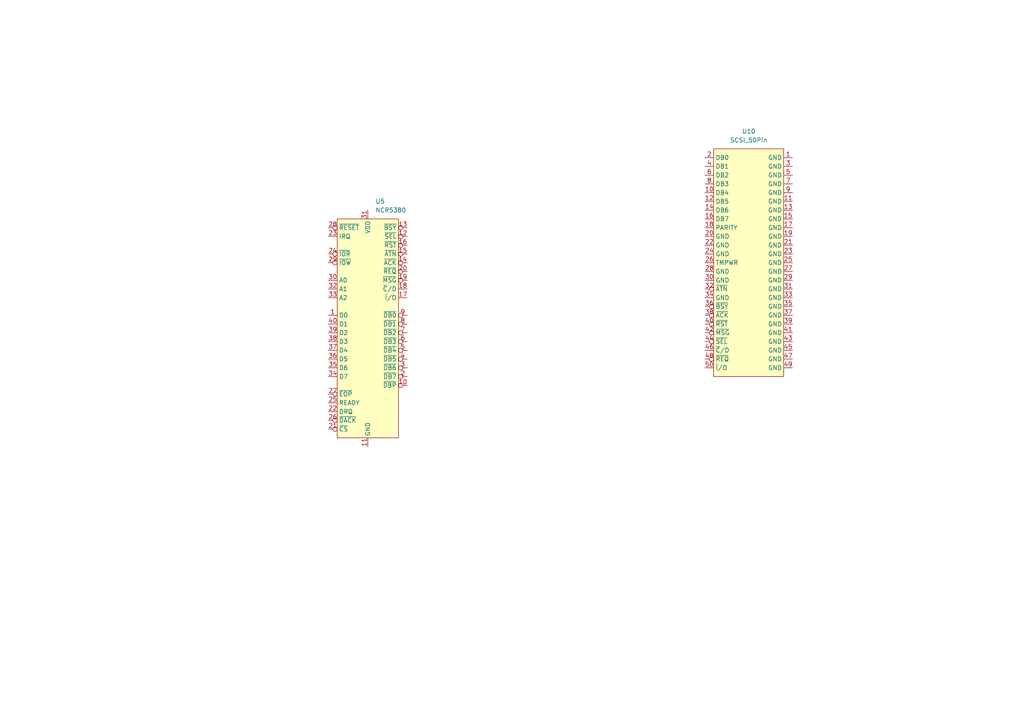
<source format=kicad_sch>
(kicad_sch (version 20230121) (generator eeschema)
  (paper "A4")
  (lib_symbols
    (symbol "m68k-hbc-conn:SCSI_50pin"
      (property "Reference" "U" (at 0 0 0))
      (property "Value" "SCSI_50Pin" (at 0 0 0))
      (symbol "SCSI_50pin_0_0"
        (pin power_in line (at 12.7 30.48 180) (length 2.54) (name "GND") (number "1"))
        (pin bidirectional line (at -12.7 20.32 0) (length 2.54) (name "DB4") (number "10"))
        (pin power_in line (at 12.7 17.78 180) (length 2.54) (name "GND") (number "11"))
        (pin bidirectional line (at -12.7 17.78 0) (length 2.54) (name "DB5") (number "12"))
        (pin power_in line (at 12.7 15.24 180) (length 2.54) (name "GND") (number "13"))
        (pin bidirectional line (at -12.7 15.24 0) (length 2.54) (name "DB6") (number "14"))
        (pin power_in line (at 12.7 12.7 180) (length 2.54) (name "GND") (number "15"))
        (pin bidirectional line (at -12.7 12.7 0) (length 2.54) (name "DB7") (number "16"))
        (pin power_in line (at 12.7 10.16 180) (length 2.54) (name "GND") (number "17"))
        (pin bidirectional line (at -12.7 10.16 0) (length 2.54) (name "PARITY") (number "18"))
        (pin power_in line (at 12.7 7.62 180) (length 2.54) (name "GND") (number "19"))
        (pin bidirectional line (at -12.7 30.48 0) (length 2.54) (name "DB0") (number "2"))
        (pin power_in line (at -12.7 7.62 0) (length 2.54) (name "GND") (number "20"))
        (pin power_in line (at 12.7 5.08 180) (length 2.54) (name "GND") (number "21"))
        (pin power_in line (at -12.7 5.08 0) (length 2.54) (name "GND") (number "22"))
        (pin power_in line (at 12.7 2.54 180) (length 2.54) (name "GND") (number "23"))
        (pin power_in line (at -12.7 2.54 0) (length 2.54) (name "GND") (number "24"))
        (pin power_in line (at 12.7 0 180) (length 2.54) (name "GND") (number "25"))
        (pin bidirectional line (at -12.7 0 0) (length 2.54) (name "TMPWR") (number "26"))
        (pin power_in line (at 12.7 -2.54 180) (length 2.54) (name "GND") (number "27"))
        (pin power_in line (at -12.7 -2.54 0) (length 2.54) (name "GND") (number "28"))
        (pin power_in line (at 12.7 -5.08 180) (length 2.54) (name "GND") (number "29"))
        (pin power_in line (at 12.7 27.94 180) (length 2.54) (name "GND") (number "3"))
        (pin power_in line (at -12.7 -5.08 0) (length 2.54) (name "GND") (number "30"))
        (pin power_in line (at 12.7 -7.62 180) (length 2.54) (name "GND") (number "31"))
        (pin input inverted (at -12.7 -7.62 0) (length 2.54) (name "~{ATN}") (number "32"))
        (pin power_in line (at 12.7 -10.16 180) (length 2.54) (name "GND") (number "33"))
        (pin power_in line (at -12.7 -10.16 0) (length 2.54) (name "GND") (number "34"))
        (pin power_in line (at 12.7 -12.7 180) (length 2.54) (name "GND") (number "35"))
        (pin bidirectional inverted (at -12.7 -12.7 0) (length 2.54) (name "~{BSY}") (number "36"))
        (pin power_in line (at 12.7 -15.24 180) (length 2.54) (name "GND") (number "37"))
        (pin output inverted (at -12.7 -15.24 0) (length 2.54) (name "~{ACK}") (number "38"))
        (pin power_in line (at 12.7 -17.78 180) (length 2.54) (name "GND") (number "39"))
        (pin bidirectional line (at -12.7 27.94 0) (length 2.54) (name "DB1") (number "4"))
        (pin bidirectional inverted (at -12.7 -17.78 0) (length 2.54) (name "~{RST}") (number "40"))
        (pin power_in line (at 12.7 -20.32 180) (length 2.54) (name "GND") (number "41"))
        (pin input inverted (at -12.7 -20.32 0) (length 2.54) (name "~{MSG}") (number "42"))
        (pin power_in line (at 12.7 -22.86 180) (length 2.54) (name "GND") (number "43"))
        (pin bidirectional inverted (at -12.7 -22.86 0) (length 2.54) (name "~{SEL}") (number "44"))
        (pin power_in line (at 12.7 -25.4 180) (length 2.54) (name "GND") (number "45"))
        (pin input line (at -12.7 -25.4 0) (length 2.54) (name "~{C}/D") (number "46"))
        (pin power_in line (at 12.7 -27.94 180) (length 2.54) (name "GND") (number "47"))
        (pin input inverted (at -12.7 -27.94 0) (length 2.54) (name "~{REQ}") (number "48"))
        (pin power_in line (at 12.7 -30.48 180) (length 2.54) (name "GND") (number "49"))
        (pin power_in line (at 12.7 25.4 180) (length 2.54) (name "GND") (number "5"))
        (pin input line (at -12.7 -30.48 0) (length 2.54) (name "~{I}/O") (number "50"))
        (pin bidirectional line (at -12.7 25.4 0) (length 2.54) (name "DB2") (number "6"))
        (pin power_in line (at 12.7 22.86 180) (length 2.54) (name "GND") (number "7"))
        (pin bidirectional line (at -12.7 22.86 0) (length 2.54) (name "DB3") (number "8"))
        (pin power_in line (at 12.7 20.32 180) (length 2.54) (name "GND") (number "9"))
      )
      (symbol "SCSI_50pin_1_1"
        (rectangle (start -10.16 33.02) (end 10.16 -33.02) (fill (type background)))
      )
    )
    (symbol "m68k-hbc-ic:NCR5380"
      (property "Reference" "U" (at 0 0 0))
      (property "Value" "NCR5380" (at 0 0 0))
      (symbol "NCR5380_0_0"
        (pin bidirectional line (at -11.43 3.81 0) (length 2.54) (name "D0") (number "1"))
        (pin bidirectional inverted (at 11.43 -16.51 180) (length 2.54) (name "~{DBP}") (number "10"))
        (pin input line (at 0 -34.29 90) (length 2.54) (name "GND") (number "11"))
        (pin bidirectional inverted (at 11.43 26.67 180) (length 2.54) (name "~{SEL}") (number "12"))
        (pin bidirectional inverted (at 11.43 29.21 180) (length 2.54) (name "~{BSY}") (number "13"))
        (pin bidirectional inverted (at 11.43 19.05 180) (length 2.54) (name "~{ACK}") (number "14"))
        (pin bidirectional inverted (at 11.43 21.59 180) (length 2.54) (name "~{ATN}") (number "15"))
        (pin bidirectional inverted (at 11.43 24.13 180) (length 2.54) (name "~{RST}") (number "16"))
        (pin bidirectional line (at 11.43 8.89 180) (length 2.54) (name "~{I}/O") (number "17"))
        (pin bidirectional line (at 11.43 11.43 180) (length 2.54) (name "~{C}/D") (number "18"))
        (pin bidirectional inverted (at 11.43 13.97 180) (length 2.54) (name "~{MSG}") (number "19"))
        (pin bidirectional inverted (at 11.43 -13.97 180) (length 2.54) (name "~{DB7}") (number "2"))
        (pin bidirectional inverted (at 11.43 16.51 180) (length 2.54) (name "~{REQ}") (number "20"))
        (pin input inverted (at -11.43 -29.21 0) (length 2.54) (name "~{CS}") (number "21"))
        (pin output line (at -11.43 -24.13 0) (length 2.54) (name "DRQ") (number "22"))
        (pin output line (at -11.43 26.67 0) (length 2.54) (name "IRQ") (number "23"))
        (pin input inverted (at -11.43 21.59 0) (length 2.54) (name "~{IOR}") (number "24"))
        (pin output line (at -11.43 -21.59 0) (length 2.54) (name "READY") (number "25"))
        (pin input inverted (at -11.43 -26.67 0) (length 2.54) (name "~{DACK}") (number "26"))
        (pin input inverted (at -11.43 -19.05 0) (length 2.54) (name "~{EOP}") (number "27"))
        (pin input inverted (at -11.43 29.21 0) (length 2.54) (name "~{RESET}") (number "28"))
        (pin input inverted (at -11.43 19.05 0) (length 2.54) (name "~{IOW}") (number "29"))
        (pin bidirectional inverted (at 11.43 -11.43 180) (length 2.54) (name "~{DB6}") (number "3"))
        (pin input line (at -11.43 13.97 0) (length 2.54) (name "A0") (number "30"))
        (pin power_in line (at 0 34.29 270) (length 2.54) (name "VDD") (number "31"))
        (pin input line (at -11.43 11.43 0) (length 2.54) (name "A1") (number "32"))
        (pin input line (at -11.43 8.89 0) (length 2.54) (name "A2") (number "33"))
        (pin bidirectional line (at -11.43 -13.97 0) (length 2.54) (name "D7") (number "34"))
        (pin bidirectional line (at -11.43 -11.43 0) (length 2.54) (name "D6") (number "35"))
        (pin bidirectional line (at -11.43 -8.89 0) (length 2.54) (name "D5") (number "36"))
        (pin bidirectional line (at -11.43 -6.35 0) (length 2.54) (name "D4") (number "37"))
        (pin bidirectional line (at -11.43 -3.81 0) (length 2.54) (name "D3") (number "38"))
        (pin bidirectional line (at -11.43 -1.27 0) (length 2.54) (name "D2") (number "39"))
        (pin bidirectional inverted (at 11.43 -8.89 180) (length 2.54) (name "~{DB5}") (number "4"))
        (pin bidirectional line (at -11.43 1.27 0) (length 2.54) (name "D1") (number "40"))
        (pin bidirectional inverted (at 11.43 -6.35 180) (length 2.54) (name "~{DB4}") (number "5"))
        (pin bidirectional inverted (at 11.43 -3.81 180) (length 2.54) (name "~{DB3}") (number "6"))
        (pin bidirectional inverted (at 11.43 -1.27 180) (length 2.54) (name "~{DB2}") (number "7"))
        (pin bidirectional inverted (at 11.43 1.27 180) (length 2.54) (name "~{DB1}") (number "8"))
        (pin bidirectional inverted (at 11.43 3.81 180) (length 2.54) (name "~{DB0}") (number "9"))
      )
      (symbol "NCR5380_1_1"
        (rectangle (start -8.89 31.75) (end 8.89 -31.75) (fill (type background)))
      )
    )
  )
  (symbol (lib_id "m68k-hbc-conn:SCSI_50pin") (at 217.17 76.2 0) (unit 1)
    (property "Reference" "U10" (at 217.17 38.1 0))
    (property "Value" "SCSI_50Pin" (at 217.17 40.64 0))
    (property "Datasheet" "https://old.pinouts.ru/HD/ScsiInternal_pinout.shtml" (effects hide))
  )
  (symbol (lib_id "m68k-hbc-ic:NCR5380") (at 106.68 95.25 0) (unit 1)
    (property "Reference" "U5" (at 108.8741 58.42 0) (effects (justify left)))
    (property "Value" "NCR5380" (at 108.8741 60.96 0) (effects (justify left)))
    (property "Footprint" "Package_DIP:DIP-40_W15.24mm" (effects hide))
    (property "Datasheet" "https://cdn.hackaday.io/files/18974811783616/NCR_5380_SCSI_Interface_Chip_Design_Manual_May85.pdf" (effects hide))
  )
)
</source>
